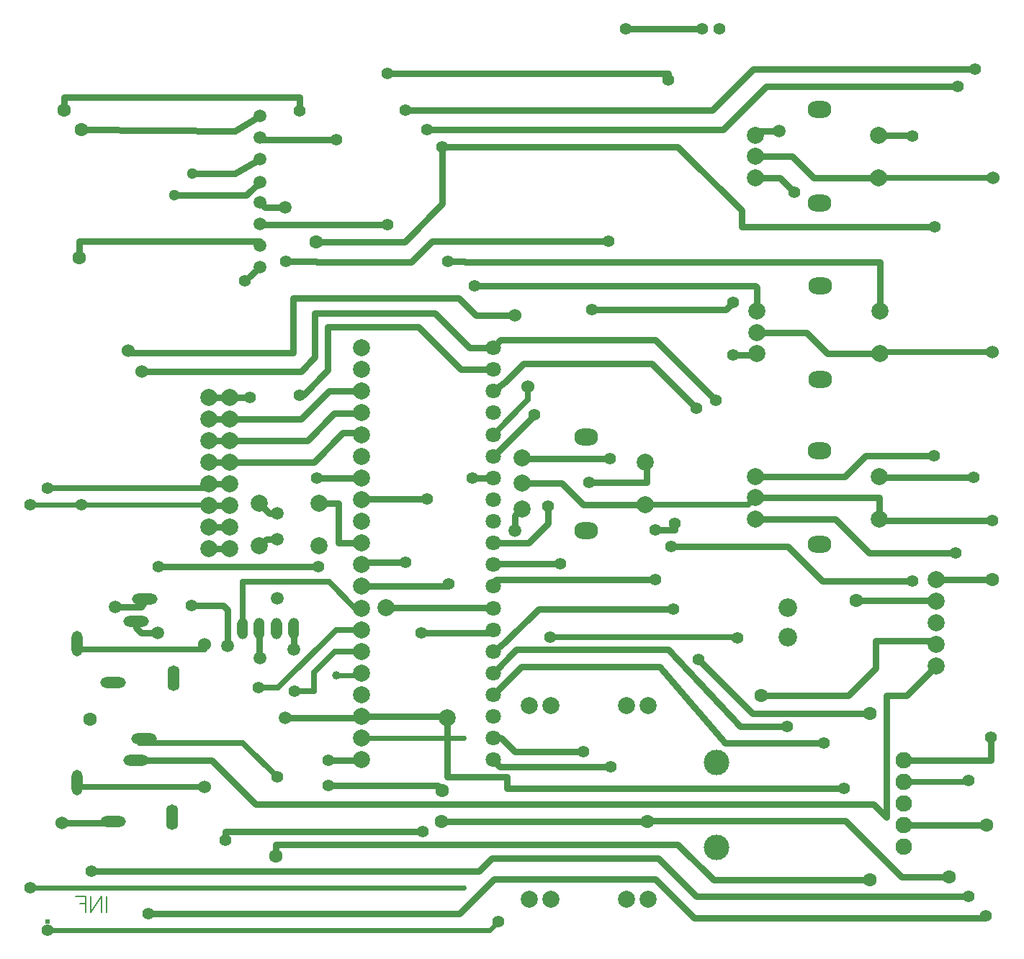
<source format=gbl>
G04 Layer: BottomLayer*
G04 EasyEDA v6.5.54, 2026-02-11 06:23:56*
G04 3bbecb6fe9b747f29c0abc7b8abece35,92e600de7ff74937a4e092c024f19ce6,10*
G04 Gerber Generator version 0.2*
G04 Scale: 100 percent, Rotated: No, Reflected: No *
G04 Dimensions in millimeters *
G04 leading zeros omitted , absolute positions ,4 integer and 5 decimal *
%FSLAX45Y45*%
%MOMM*%

%ADD10C,0.2032*%
%ADD11C,0.6000*%
%ADD12C,0.7000*%
%ADD13C,0.8000*%
%ADD14C,2.0000*%
%ADD15O,2.799994X1.999996*%
%ADD16C,1.9304*%
%ADD17C,2.9997*%
%ADD18C,0.0117*%
%ADD19C,2.1844*%
%ADD20O,1.27X2.54*%
%ADD21O,1.28999X2.54*%
%ADD22C,1.8000*%
%ADD23O,2.999994X1.299997*%
%ADD24O,1.399997X2.999994*%
%ADD25O,1.299997X2.999994*%
%ADD26C,1.5240*%
%ADD27C,1.4000*%
%ADD28C,1.6000*%
%ADD29C,1.5000*%
%ADD30C,1.0000*%
%ADD31C,1.5000*%
%ADD32C,1.3000*%
%ADD33C,0.6200*%

%LPD*%
D10*
X-8299983Y-798179D02*
G01*
X-8299983Y-989088D01*
X-8359983Y-798179D02*
G01*
X-8359983Y-989088D01*
X-8359983Y-798179D02*
G01*
X-8487255Y-989088D01*
X-8487255Y-798179D02*
G01*
X-8487255Y-989088D01*
X-8547254Y-798179D02*
G01*
X-8547254Y-989088D01*
X-8547254Y-798179D02*
G01*
X-8665436Y-798179D01*
X-8547254Y-889088D02*
G01*
X-8619982Y-889088D01*
D11*
X-5599988Y1799996D02*
G01*
X-5329913Y1799996D01*
X-5306900Y1823008D01*
D12*
X-6096002Y1612976D02*
G01*
X-5867402Y1612976D01*
X-5867402Y1832686D01*
X-5622038Y2078050D01*
X-5306824Y2078050D01*
D13*
X-5306900Y3863439D02*
G01*
X-5296839Y3873500D01*
X-4533902Y3873500D01*
X-1943102Y76200D02*
G01*
X-1943102Y88897D01*
X381076Y88897D01*
X1041476Y-571502D01*
X1600200Y-571502D01*
D12*
X-7150102Y2159076D02*
G01*
X-7150102Y2099894D01*
X-8648702Y2099894D01*
X-8648702Y2171776D01*
D13*
X-5306900Y1312903D02*
G01*
X-4312899Y1312903D01*
X-4299993Y1299997D01*
X-5003802Y8877376D02*
G01*
X-1700024Y8877376D01*
X-1700024Y8799906D01*
X-6499862Y7108012D02*
G01*
X-6508752Y7099376D01*
X-5003802Y7099376D01*
X-8199884Y2600020D02*
G01*
X-7899984Y2599994D01*
X-7858711Y2658747D01*
X-7858711Y2691688D01*
X-8801102Y8445576D02*
G01*
X-8801102Y8600008D01*
X-6032502Y8600008D01*
X-6032502Y8432876D01*
X-399999Y8199983D02*
G01*
X-623597Y8199983D01*
X-674194Y8149386D01*
X-6099987Y2099995D02*
G01*
X-6106492Y2106500D01*
X-6106492Y2349500D01*
X-6499986Y1999995D02*
G01*
X-6508193Y2008202D01*
X-6508193Y2349500D01*
X-6299987Y3699992D02*
G01*
X-6390769Y3699992D01*
X-6509463Y3818686D01*
X-6299987Y3399993D02*
G01*
X-6428183Y3399993D01*
X-6509463Y3318713D01*
X-3499995Y3499993D02*
G01*
X-3499995Y3672865D01*
X-3418865Y3753995D01*
X-661418Y6079312D02*
G01*
X-661418Y6361506D01*
X-675388Y6375476D01*
X-3975102Y6375476D01*
X788489Y6079312D02*
G01*
X788489Y6654800D01*
X-4087045Y6654800D01*
X-4099742Y6667497D01*
X-4292600Y6667497D01*
X-7700012Y2300046D02*
G01*
X-7899910Y2300046D01*
X-7958838Y2358720D01*
X-7958838Y2431618D01*
X-3760980Y1568018D02*
G01*
X-3429002Y1899996D01*
X-1799996Y1899996D01*
X-1028702Y1003376D01*
X126997Y1003376D01*
X-3760980Y1823034D02*
G01*
X-3484120Y2099894D01*
X-1699996Y2099995D01*
X-856998Y1199972D01*
X-299976Y1199972D01*
X-1854202Y2921000D02*
G01*
X-3722291Y2921000D01*
X-3760901Y2843225D01*
X-1625602Y3581476D02*
G01*
X-1625602Y3505276D01*
X-1854202Y3505276D01*
X-3760980Y5648782D02*
G01*
X-4035808Y5648782D01*
X-4445002Y6057976D01*
X-5854702Y6057976D01*
X-5854702Y5537276D01*
X-6019802Y5372176D01*
X-7886702Y5372176D01*
X-609602Y1562176D02*
G01*
X419097Y1562176D01*
X736597Y1879676D01*
X736597Y2199970D01*
X1447797Y2199970D01*
X1447797Y2159076D01*
X-7099302Y3289300D02*
G01*
X-6858002Y3289300D01*
X-7099302Y3543300D02*
G01*
X-6858002Y3543300D01*
X-7099302Y3797300D02*
G01*
X-6858002Y3797300D01*
X-7099302Y4051300D02*
G01*
X-6858002Y4051300D01*
X-7099302Y4305300D02*
G01*
X-6858002Y4305300D01*
X-7099302Y4559300D02*
G01*
X-6858002Y4559300D01*
X-7099302Y4813300D02*
G01*
X-6858002Y4813300D01*
X-7099302Y5067300D02*
G01*
X-6858002Y5067300D01*
X2095497Y1066800D02*
G01*
X2095497Y800178D01*
X1066800Y800178D01*
X-4584702Y-38023D02*
G01*
X-6908802Y-38023D01*
X-6908802Y-139623D01*
X-661418Y5829376D02*
G01*
X-76202Y5829376D01*
X173733Y5579186D01*
X788413Y5579440D01*
X1892297Y4127500D02*
G01*
X786759Y4127500D01*
X778050Y4136209D01*
X-2599997Y6099987D02*
G01*
X-1024709Y6099987D01*
X-939800Y6184897D01*
X-3418865Y4353989D02*
G01*
X-3408278Y4343400D01*
X-2387602Y4343400D01*
X-939802Y5562600D02*
G01*
X-678205Y5562600D01*
X-661489Y5579315D01*
X-215902Y7480300D02*
G01*
X-384992Y7649390D01*
X-674189Y7649390D01*
D12*
X788492Y5579315D02*
G01*
X809876Y5600700D01*
X2108197Y5600700D01*
X775792Y7649390D02*
G01*
X779782Y7645400D01*
X2120897Y7645400D01*
D13*
X775713Y7649286D02*
G01*
X6601Y7649286D01*
X-243588Y7899476D01*
X-674118Y7899476D01*
X-671832Y3886276D02*
G01*
X777999Y3886276D01*
X777999Y3636340D01*
X1422397Y4381500D02*
G01*
X622302Y4381500D01*
X377007Y4136204D01*
X-671934Y4136209D01*
X2108197Y2921000D02*
G01*
X1447802Y2921000D01*
X1447800Y2920997D01*
X507997Y2679700D02*
G01*
X1435097Y2679700D01*
X1447800Y2666997D01*
X-4356100Y8013697D02*
G01*
X-4356100Y7340597D01*
X-4800597Y6896100D01*
X-5842002Y6896100D01*
X1066800Y38097D02*
G01*
X2044697Y38097D01*
X2044697Y38100D01*
X1168397Y8140700D02*
G01*
X1159713Y8149384D01*
X775792Y8149384D01*
X-4533902Y8216900D02*
G01*
X-1054097Y8216900D01*
X-546100Y8724897D01*
X1701800Y8724897D01*
X-8575296Y8243999D02*
G01*
X-8600696Y8218599D01*
X778050Y3636215D02*
G01*
X794765Y3619500D01*
X2108197Y3619500D01*
X-8826502Y63500D02*
G01*
X-8241261Y63500D01*
X-8229269Y75491D01*
D12*
X-7150102Y482600D02*
G01*
X-8649256Y482600D01*
X-8649256Y535505D01*
D13*
X-7696205Y3073397D02*
G01*
X-7112005Y3073397D01*
X-7112002Y3073400D01*
X-5816602Y3073400D01*
X-2399997Y6899986D02*
G01*
X-4479135Y6899986D01*
X-4724323Y6654797D01*
X-5829292Y6654797D01*
X-5841992Y6667497D01*
X-6197605Y6667497D01*
D12*
X-1968756Y3801440D02*
G01*
X-756668Y3801440D01*
X-671832Y3886276D01*
D13*
X-1968756Y3801440D02*
G01*
X-2696466Y3801440D01*
X-2948942Y4053916D01*
X-3418842Y4053916D01*
X-3760899Y4118480D02*
G01*
X-3758689Y4114878D01*
X-4000502Y4114878D01*
X-4000502Y4114800D01*
X-3759200Y3092452D02*
G01*
X-3740152Y3111500D01*
X-2971802Y3111500D01*
X-3760899Y2333119D02*
G01*
X-3794023Y2299995D01*
X-4599993Y2299995D01*
X-3760901Y2078075D02*
G01*
X-3760901Y2078075D01*
X-3619423Y2185238D01*
X-3225802Y2578100D01*
X-1638302Y2578100D01*
D12*
X-5306900Y2588155D02*
G01*
X-5343994Y2568503D01*
X-5370624Y2576690D01*
X-5689605Y2895678D01*
X-6706491Y2895678D01*
X-6706491Y2349500D01*
D13*
X-5306900Y2843222D02*
G01*
X-4279902Y2843222D01*
X-4279902Y2870200D01*
X-5306900Y3098264D02*
G01*
X-5280964Y3124200D01*
X-4787902Y3124200D01*
X-5306900Y4118480D02*
G01*
X-5825622Y4118480D01*
X-5829302Y4114800D01*
X-2374902Y723900D02*
G01*
X-2374902Y723897D01*
X-3681981Y723897D01*
X-3760899Y802820D01*
X-3760985Y1057986D02*
G01*
X-3661407Y1057986D01*
X-3503419Y899998D01*
X-2699997Y899998D01*
X-3760980Y3353384D02*
G01*
X-3339594Y3353384D01*
X-3111502Y3581476D01*
X-3111502Y3784676D01*
X-3746586Y2603428D02*
G01*
X-3759215Y2590800D01*
X-5016502Y2590800D01*
X-3760899Y4373521D02*
G01*
X-3276602Y4857818D01*
X-3276602Y4864100D01*
X-2628902Y4064000D02*
G01*
X-1953541Y4064000D01*
X-1953541Y4285993D01*
X-1968883Y4301335D01*
X-3760980Y5648782D02*
G01*
X-3669286Y5740476D01*
X-1854202Y5740476D01*
X-1143002Y5029276D01*
X-6858002Y4305376D02*
G01*
X-5867402Y4305376D01*
X-5524502Y4648276D01*
X-5304538Y4648276D01*
X-6858002Y4559376D02*
G01*
X-5943602Y4559376D01*
X-5626102Y4876876D01*
X-5304538Y4876876D01*
X-6858002Y4813376D02*
G01*
X-6019802Y4813376D01*
X-5689602Y5143576D01*
X-5304538Y5143576D01*
X-1663700Y3314778D02*
G01*
X-292173Y3314778D01*
X114305Y2908300D01*
X1168397Y2908300D01*
X1676397Y3238576D02*
G01*
X660397Y3238576D01*
X262633Y3636340D01*
X-671832Y3636340D01*
X-4787902Y8445576D02*
G01*
X-1181102Y8445576D01*
X-698502Y8928176D01*
X1904997Y8928176D01*
X-4356102Y8013776D02*
G01*
X-1587502Y8013776D01*
X-838202Y7264476D01*
X-838202Y7073976D01*
X1435097Y7073976D01*
X-6616702Y5067300D02*
G01*
X-6807126Y5067300D01*
X-6819905Y5080078D01*
X-5778502Y3818712D02*
G01*
X-5575302Y3818712D01*
X-5575302Y3353384D01*
X-5306824Y3353384D01*
D12*
X-5306900Y2333117D02*
G01*
X-5604258Y2333066D01*
X-6286502Y1651076D01*
X-6515102Y1651076D01*
D13*
X-3505200Y6032578D02*
G01*
X-3962400Y6032578D01*
X-4165523Y6235697D01*
X-6108699Y6235697D01*
X-6108699Y5587997D01*
X-8051802Y5587997D01*
X-8051802Y5613400D01*
D12*
X-3760899Y4628588D02*
G01*
X-3352802Y5036685D01*
X-3352802Y5194300D01*
D13*
X-7810502Y-1003223D02*
G01*
X-4152902Y-1003223D01*
X-3749550Y-599871D01*
X-1851154Y-599871D01*
X-1397002Y-1054023D01*
X2006597Y-1054023D01*
X2031997Y-1028623D01*
X-3760985Y5393763D02*
G01*
X-4136392Y5393763D01*
X-4635500Y5892878D01*
X-5702299Y5892878D01*
X-5702299Y5384802D01*
X-5994402Y5092700D01*
X-6032502Y5092700D01*
X1447797Y1905076D02*
G01*
X1104897Y1562176D01*
X863597Y1562176D01*
X863597Y127838D01*
X711197Y279476D01*
X-6553202Y279476D01*
X-7069330Y795604D01*
X-7959346Y795604D01*
X673097Y-609523D02*
G01*
X-1168402Y-609523D01*
X-1587502Y-190423D01*
X-6311902Y-190423D01*
X-6311902Y-330123D01*
X-1346202Y1981276D02*
G01*
X-711202Y1346276D01*
X673097Y1346276D01*
X-3760980Y5138750D02*
G01*
X-3611628Y5253050D01*
X-3403602Y5461076D01*
X-1892302Y5461076D01*
X-1371602Y4940376D01*
X-5699991Y499998D02*
G01*
X-4411601Y499998D01*
X-4356100Y444497D01*
X-5306900Y802820D02*
G01*
X-5309720Y799998D01*
X-5699991Y799998D01*
X-4368802Y76200D02*
G01*
X-1943102Y76200D01*
X-1943100Y76197D01*
D12*
X-3086102Y2247976D02*
G01*
X-901702Y2247976D01*
X-889002Y2235276D01*
X-7859270Y1055446D02*
G01*
X-7914896Y999820D01*
X-6700014Y1000074D01*
X-6299964Y600024D01*
D13*
X-6499986Y6600062D02*
G01*
X-6680202Y6438976D01*
X-6499862Y7362012D02*
G01*
X-6438140Y7300036D01*
X-6199888Y7300036D01*
X-7505705Y7442278D02*
G01*
X-6657850Y7442278D01*
X-6500141Y7599984D01*
X-6499989Y7599984D01*
X-6499732Y7869986D02*
G01*
X-6799986Y7699984D01*
X-7302502Y7700086D01*
X-6499986Y8377986D02*
G01*
X-6799986Y8199983D01*
X-8600696Y8218601D01*
X-5599991Y8099983D02*
G01*
X-6475986Y8099983D01*
X-6499986Y8123984D01*
X-2199998Y9399981D02*
G01*
X-2052711Y9399981D01*
X-2052711Y9399981D01*
X-1299999Y9399981D01*
D12*
X-8999984Y3999992D02*
G01*
X-7150610Y3999992D01*
X-7099305Y4051297D01*
D11*
X-3700015Y-1099997D02*
G01*
X-3800015Y-1199997D01*
X-8999984Y-1199997D01*
D13*
X-3599944Y600024D02*
G01*
X-3599944Y469976D01*
X368297Y469976D01*
X-3599992Y599998D02*
G01*
X-4299968Y600024D01*
X-4299968Y1299974D01*
X-2199995Y1453537D02*
G01*
X-2188669Y1442212D01*
X-6883405Y2146297D02*
G01*
X-6883405Y2565410D01*
X-6934194Y2616200D01*
X-7302502Y2616200D01*
X-6199888Y1300048D02*
G01*
X-5319753Y1300048D01*
X-5306900Y1312900D01*
D12*
X1828797Y558800D02*
G01*
X1828797Y546097D01*
X1066800Y546097D01*
D11*
X-8599985Y3799992D02*
G01*
X-7102000Y3799992D01*
X-7099305Y3797297D01*
X-9199984Y3799994D02*
G01*
X-8599985Y3799994D01*
X-8599985Y3799992D01*
D13*
X-8483602Y-507923D02*
G01*
X-3924556Y-507923D01*
X-3772156Y-355523D01*
X-1816102Y-355523D01*
X-1371602Y-800023D01*
X1828797Y-800023D01*
D11*
X-5306900Y1057859D02*
G01*
X-4099991Y1057859D01*
X-4099991Y-699996D02*
G01*
X-4099991Y-699998D01*
X-9199984Y-699998D01*
D13*
X-8623302Y6705676D02*
G01*
X-8623302Y6899986D01*
X-6500624Y6899986D01*
X-6500624Y6854012D01*
D14*
G01*
X-6509463Y3818686D03*
G01*
X-5809515Y3818686D03*
G01*
X-6509463Y3318713D03*
G01*
X-5809515Y3318713D03*
G01*
X-3418867Y4353991D03*
G01*
X-3418867Y4053992D03*
G01*
X-3418867Y3753993D03*
G01*
X-1968883Y3801338D03*
G01*
X-1968883Y4301337D03*
D15*
G01*
X-2668882Y4601337D03*
G01*
X-2668882Y3501339D03*
D16*
G01*
X1066797Y-215900D03*
G01*
X1066797Y38100D03*
G01*
X1066797Y292100D03*
G01*
X1066797Y546100D03*
G01*
X1066797Y800100D03*
D17*
G01*
X-1130302Y-228600D03*
G01*
X-1130302Y774700D03*
D14*
G01*
X1447797Y2921000D03*
D19*
G01*
X-292102Y2595702D03*
G01*
X-292102Y2245690D03*
D14*
G01*
X1447797Y1905000D03*
G01*
X1447797Y2159000D03*
G01*
X1447797Y2413000D03*
G01*
X1447797Y2667000D03*
G01*
X-3334717Y-838200D03*
G01*
X-1934669Y-838200D03*
G01*
X-3334717Y1442212D03*
G01*
X-1934669Y1442212D03*
G01*
X-3081555Y1442212D03*
G01*
X-2188669Y1442212D03*
G01*
X-2189761Y-839063D03*
G01*
X-3080844Y-838352D03*
D20*
G01*
X-6508193Y2349500D03*
G01*
X-6706491Y2349500D03*
G01*
X-6106492Y2349500D03*
D21*
G01*
X-6306492Y2349500D03*
D14*
G01*
X-7099302Y5067300D03*
G01*
X-7099302Y4813300D03*
G01*
X-7099302Y4559300D03*
G01*
X-7099302Y4305300D03*
G01*
X-7099302Y4051300D03*
G01*
X-7099302Y3797300D03*
G01*
X-7099302Y3543300D03*
G01*
X-7099302Y3289300D03*
G01*
X-6858002Y5067300D03*
G01*
X-6858002Y4813300D03*
G01*
X-6858002Y4559300D03*
G01*
X-6858002Y4305300D03*
G01*
X-6858002Y4051300D03*
G01*
X-6858002Y3797300D03*
G01*
X-6858002Y3543300D03*
G01*
X-6858002Y3289300D03*
G01*
X-671934Y4136212D03*
G01*
X-671934Y3886225D03*
G01*
X-671934Y3636213D03*
G01*
X778050Y3636213D03*
G01*
X778050Y4136212D03*
D15*
G01*
X78051Y4436211D03*
G01*
X78051Y3336213D03*
D14*
G01*
X-674194Y8149386D03*
G01*
X-674194Y7899400D03*
G01*
X-674194Y7649387D03*
G01*
X775789Y7649387D03*
G01*
X775789Y8149386D03*
D15*
G01*
X75791Y8449386D03*
G01*
X75791Y7349388D03*
D14*
G01*
X-661494Y6079312D03*
G01*
X-661494Y5829325D03*
G01*
X-661494Y5579313D03*
G01*
X788489Y5579313D03*
G01*
X788489Y6079312D03*
D15*
G01*
X88491Y6379311D03*
G01*
X88491Y5279313D03*
D22*
G01*
X-3760904Y802817D03*
G01*
X-3760904Y1057859D03*
G01*
X-3760904Y1312900D03*
G01*
X-3760904Y5138699D03*
G01*
X-3760904Y2588158D03*
G01*
X-3760904Y3608374D03*
G01*
X-3760904Y4118482D03*
G01*
X-3760904Y2333117D03*
G01*
X-3760904Y4373524D03*
G01*
X-3760904Y3863441D03*
G01*
X-3760904Y3353333D03*
G01*
X-3760904Y5393740D03*
G01*
X-3760904Y4883632D03*
G01*
X-3760904Y2843225D03*
G01*
X-3760904Y1823008D03*
G01*
X-3760904Y1567967D03*
G01*
X-3760904Y2078075D03*
G01*
X-3760904Y5648807D03*
G01*
X-3760904Y3098266D03*
G01*
X-3760904Y4628591D03*
D14*
G01*
X-5306900Y4628591D03*
G01*
X-5306900Y3098266D03*
G01*
X-5306900Y5648807D03*
G01*
X-5306900Y2078075D03*
G01*
X-5306900Y1567967D03*
G01*
X-5306900Y1823008D03*
G01*
X-5306900Y2843225D03*
G01*
X-5306900Y4883632D03*
G01*
X-5306900Y5393740D03*
G01*
X-5306900Y3353333D03*
G01*
X-5306900Y3863441D03*
G01*
X-5306900Y4373524D03*
G01*
X-5306900Y2333117D03*
G01*
X-5306900Y4118482D03*
G01*
X-5306900Y3608374D03*
G01*
X-5306900Y2588158D03*
G01*
X-5306900Y5138699D03*
G01*
X-5306900Y1312900D03*
G01*
X-5306900Y1057859D03*
G01*
X-5306900Y802817D03*
D23*
G01*
X-8228713Y1711680D03*
D24*
G01*
X-7518707Y1761693D03*
D23*
G01*
X-7958711Y2431694D03*
G01*
X-7858711Y2691688D03*
D25*
G01*
X-8648702Y2171700D03*
D23*
G01*
X-8229272Y75488D03*
D24*
G01*
X-7530772Y126288D03*
D23*
G01*
X-7959270Y795502D03*
G01*
X-7859270Y1055496D03*
D25*
G01*
X-8649261Y535508D03*
D26*
G01*
X2108197Y5600700D03*
G01*
X2120897Y7645400D03*
G01*
X-3352802Y5194300D03*
G01*
X-8051802Y5613400D03*
G01*
X-3505202Y6032500D03*
G01*
X-7150102Y482600D03*
G01*
X-7886702Y5372100D03*
G01*
X-7150102Y2159000D03*
D27*
G01*
X-8999984Y3999992D03*
G01*
X-9199984Y3799992D03*
G01*
X-889002Y2235200D03*
G01*
X-1299999Y9399981D03*
D26*
G01*
X-8826502Y63500D03*
D28*
G01*
X673097Y1346200D03*
G01*
X673097Y-609600D03*
G01*
X2108197Y2921000D03*
G01*
X-609602Y1562100D03*
G01*
X-5842002Y6896100D03*
D14*
G01*
X-5016502Y2590800D03*
D27*
G01*
X-1100000Y9399981D03*
G01*
X-2199998Y9399981D03*
D29*
G01*
X-7699987Y2299995D03*
G01*
X-8199884Y2600020D03*
G01*
X-3499995Y3499993D03*
G01*
X-6299989Y3699992D03*
G01*
X-6299989Y3399993D03*
G01*
X-6499989Y1999995D03*
G01*
X-6299989Y2699994D03*
G01*
X-6099990Y2099995D03*
G01*
X-400001Y8199983D03*
G01*
X-6199990Y7299985D03*
G01*
X-6499735Y8377986D03*
G01*
X-6499735Y8123986D03*
G01*
X-6499735Y7869986D03*
G01*
X-6499989Y7599984D03*
G01*
X-6499735Y7361986D03*
G01*
X-6499735Y7108062D03*
G01*
X-6499735Y6853986D03*
G01*
X-6499735Y6600062D03*
D14*
G01*
X-4299993Y1299997D03*
D30*
G01*
X-5599991Y1799996D03*
D27*
G01*
X-8599985Y3799992D03*
D28*
G01*
X-4356102Y444500D03*
G01*
X-4368802Y76200D03*
G01*
X-8496302Y1282700D03*
G01*
X-8623302Y6705600D03*
G01*
X-1943102Y76200D03*
G01*
X-8600696Y8218601D03*
G01*
X2044697Y38100D03*
D27*
G01*
X-8483602Y-508000D03*
G01*
X1828797Y-800100D03*
G01*
X1828797Y558800D03*
G01*
X368297Y469900D03*
D28*
G01*
X507997Y2679700D03*
D27*
G01*
X-1371602Y4940300D03*
G01*
X-1346202Y1981200D03*
G01*
X-1143002Y5029200D03*
G01*
X-2374902Y723900D03*
G01*
X-2699997Y899998D03*
G01*
X-2971802Y3111500D03*
G01*
X-2628902Y4064000D03*
G01*
X126997Y1003300D03*
G01*
X-300001Y1199997D03*
G01*
X-215902Y7480300D03*
G01*
X-1638302Y2578100D03*
G01*
X-1663702Y3314700D03*
G01*
X1168397Y8140700D03*
G01*
X-4000502Y4114800D03*
G01*
X-3975102Y6375400D03*
G01*
X-3276602Y4864100D03*
G01*
X-2599997Y6099987D03*
G01*
X-939802Y6184900D03*
G01*
X-939802Y5562600D03*
G01*
X-4279902Y2870200D03*
G01*
X-4292602Y6667500D03*
G01*
X-5829302Y4114800D03*
G01*
X-4356102Y8013700D03*
G01*
X1435097Y7073900D03*
G01*
X1422397Y4381500D03*
G01*
X-4533902Y3873500D03*
G01*
X-4533902Y8216900D03*
G01*
X1701797Y8724900D03*
G01*
X1676397Y3238500D03*
G01*
X-4787902Y3124200D03*
G01*
X-4787902Y8445500D03*
G01*
X1904997Y8928100D03*
G01*
X1892297Y4127500D03*
G01*
X-5699991Y499998D03*
G01*
X-6616702Y5067300D03*
G01*
X-6680202Y6438900D03*
G01*
X-5016502Y2590800D03*
G01*
X-5599991Y8099983D03*
G01*
X-4599993Y2299995D03*
G01*
X-4584702Y-38100D03*
G01*
X-6908802Y-139700D03*
D31*
G01*
X-6883402Y2146300D03*
D27*
G01*
X-7302502Y2616200D03*
G01*
X-7696202Y3073400D03*
G01*
X-3111502Y3784600D03*
G01*
X-2399997Y6899986D03*
G01*
X-6197602Y6667500D03*
G01*
X-1699999Y8799982D03*
G01*
X-1625602Y3581400D03*
G01*
X-1854202Y3505200D03*
G01*
X-1854202Y2921000D03*
G01*
X-5816602Y3073400D03*
G01*
X-6032502Y5092700D03*
G01*
X-6515102Y1651000D03*
G01*
X-6096002Y1612900D03*
D28*
G01*
X-6311902Y-330200D03*
D27*
G01*
X-6299989Y599998D03*
G01*
X-2387602Y4343400D03*
G01*
X2031997Y-1028700D03*
G01*
X-7810502Y-1003300D03*
G01*
X1168397Y2908300D03*
D28*
G01*
X1600197Y-571500D03*
D27*
G01*
X-3086102Y2247900D03*
G01*
X2095497Y1066800D03*
G01*
X-5003802Y7099300D03*
G01*
X-5003802Y8877300D03*
G01*
X-6032502Y8432800D03*
D28*
G01*
X-8801102Y8445500D03*
D27*
G01*
X2108197Y3619500D03*
D32*
G01*
X-7299987Y7699984D03*
G01*
X-7505702Y7442200D03*
G01*
X-1371602Y4940376D03*
G01*
X-1143002Y5029276D03*
D27*
G01*
X-8199884Y2600020D03*
D31*
G01*
X-6199888Y1300048D03*
D27*
G01*
X-5699991Y799998D03*
D33*
G01*
X-3700020Y-1099997D03*
G01*
X-8999984Y-1099997D03*
G01*
X-4099994Y1057859D03*
G01*
X-4099994Y-699998D03*
G01*
X-9199984Y-699998D03*
D27*
G01*
X-9199984Y-699998D03*
G01*
X-8999984Y-1199997D03*
G01*
X-3700020Y-1099997D03*
M02*

</source>
